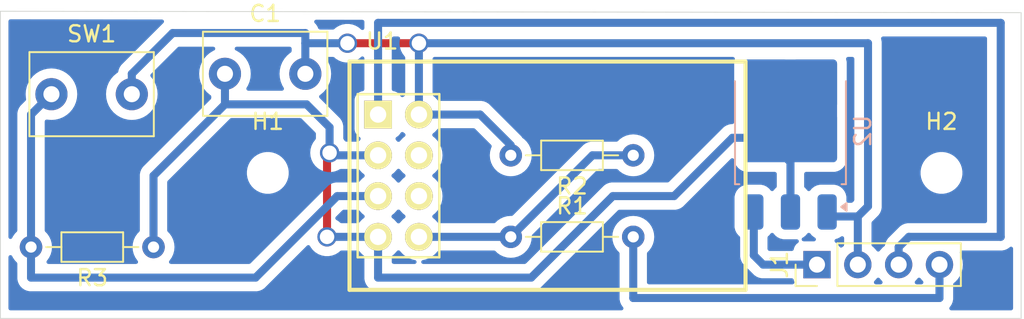
<source format=kicad_pcb>
(kicad_pcb (version 20240108) (generator "pcbnew") (generator_version "8.0")
  (layers (0 "F.Cu" signal) (31 "B.Cu" signal) (34 "B.Paste" user) (35 "F.Paste" user) (36 "B.SilkS" user "B.Silkscreen") (37 "F.SilkS" user "F.Silkscreen") (38 "B.Mask" user) (39 "F.Mask" user) (44 "Edge.Cuts" user))
  (net 0 "")
  (net 1 "Net-(U1-CH_PD)")
  (net 2 "/GND")
  (net 3 "/VCC")
  (net 4 "/RX")
  (net 5 "/TX")
  (net 6 "Net-(U1-URXD)")
  (net 7 "Net-(U1-RST)")
  (footprint "Resistor_THT:R_Axial_DIN0204_L3.6mm_D1.6mm_P7.62mm_Horizontal" (layer "F.Cu") (at 107.95 81.28 180)
    (property "Reference" "R2" (at 3.81 -1.92 360) (layer "F.SilkS"))
    (property "Value" "2k")
    (fp_line (start 6.68 0) (end 5.73 0) (stroke (width 0.12)) (layer "F.SilkS"))
    (fp_line (start 5.73 0.92) (end 5.73 -0.92) (stroke (width 0.12)) (layer "F.SilkS"))
    (fp_line (start 5.73 -0.92) (end 1.89 -0.92) (stroke (width 0.12)) (layer "F.SilkS"))
    (fp_line (start 1.89 0.92) (end 5.73 0.92) (stroke (width 0.12)) (layer "F.SilkS"))
    (fp_line (start 1.89 -0.92) (end 1.89 0.92) (stroke (width 0.12)) (layer "F.SilkS"))
    (fp_line (start 0.94 0) (end 1.89 0) (stroke (width 0.12)) (layer "F.SilkS"))
    (pad "1" thru_hole circle (at 0 0 180) (size 1.4 1.4) (drill 0.7) (layers "*.Cu" "*.Mask") (net 6 "Net-(U1-URXD)"))
    (pad "2" thru_hole oval (at 7.62 0 180) (size 1.4 1.4) (drill 0.7) (layers "*.Cu" "*.Mask") (net 2 "/GND"))
  )
  (footprint "Connector_PinHeader_2.54mm:PinHeader_1x04_P2.54mm_Vertical" (layer "F.Cu") (at 119.38 88.09 90)
    (property "Reference" "J1" (at 0 -2.33 90) (layer "F.SilkS"))
    (property "Value" "UART")
    (fp_line (start -1.33 -1.33) (end 0 -1.33) (stroke (width 0.12)) (layer "F.SilkS"))
    (fp_line (start -1.33 0) (end -1.33 -1.33) (stroke (width 0.12)) (layer "F.SilkS"))
    (fp_line (start 1.33 1.27) (end 1.33 8.95) (stroke (width 0.12)) (layer "F.SilkS"))
    (fp_line (start -1.33 1.27) (end 1.33 1.27) (stroke (width 0.12)) (layer "F.SilkS"))
    (fp_line (start -1.33 1.27) (end -1.33 8.95) (stroke (width 0.12)) (layer "F.SilkS"))
    (fp_line (start -1.33 8.95) (end 1.33 8.95) (stroke (width 0.12)) (layer "F.SilkS"))
    (pad "1" thru_hole rect (at 0 0 90) (size 1.7 1.7) (drill 1) (layers "*.Cu" "*.Mask") (net 3 "/VCC"))
    (pad "2" thru_hole oval (at 0 2.54 90) (size 1.7 1.7) (drill 1) (layers "*.Cu" "*.Mask") (net 2 "/GND"))
    (pad "3" thru_hole oval (at 0 5.08 90) (size 1.7 1.7) (drill 1) (layers "*.Cu" "*.Mask") (net 4 "/RX"))
    (pad "4" thru_hole oval (at 0 7.62 90) (size 1.7 1.7) (drill 1) (layers "*.Cu" "*.Mask") (net 5 "/TX"))
  )
  (footprint "MountingHole:MountingHole_2.1mm" (layer "F.Cu") (at 127.125 82.375)
    (property "Reference" "H2" (at 0 -3.2 0) (layer "F.SilkS"))
    (property "Value" "MountingHole")
    (pad "" np_thru_hole circle (at 0 0) (size 2.1 2.1) (drill 2.1) (layers "*.Cu" "*.Mask"))
  )
  (footprint "Resistor_THT:R_Axial_DIN0204_L3.6mm_D1.6mm_P7.62mm_Horizontal" (layer "F.Cu") (at 78.105 86.995 180)
    (property "Reference" "R3" (at 3.81 -1.92 360) (layer "F.SilkS"))
    (property "Value" "2k")
    (fp_line (start 6.68 0) (end 5.73 0) (stroke (width 0.12)) (layer "F.SilkS"))
    (fp_line (start 5.73 0.92) (end 5.73 -0.92) (stroke (width 0.12)) (layer "F.SilkS"))
    (fp_line (start 5.73 -0.92) (end 1.89 -0.92) (stroke (width 0.12)) (layer "F.SilkS"))
    (fp_line (start 1.89 0.92) (end 5.73 0.92) (stroke (width 0.12)) (layer "F.SilkS"))
    (fp_line (start 1.89 -0.92) (end 1.89 0.92) (stroke (width 0.12)) (layer "F.SilkS"))
    (fp_line (start 0.94 0) (end 1.89 0) (stroke (width 0.12)) (layer "F.SilkS"))
    (pad "1" thru_hole circle (at 0 0 180) (size 1.4 1.4) (drill 0.7) (layers "*.Cu" "*.Mask") (net 1 "Net-(U1-CH_PD)"))
    (pad "2" thru_hole oval (at 7.62 0 180) (size 1.4 1.4) (drill 0.7) (layers "*.Cu" "*.Mask") (net 7 "Net-(U1-RST)"))
  )
  (footprint "Resistor_THT:R_Axial_DIN0204_L3.6mm_D1.6mm_P7.62mm_Horizontal" (layer "F.Cu") (at 100.33 86.36)
    (property "Reference" "R1" (at 3.81 -1.92 0) (layer "F.SilkS"))
    (property "Value" "1k")
    (fp_line (start 0.94 0) (end 1.89 0) (stroke (width 0.12)) (layer "F.SilkS"))
    (fp_line (start 1.89 -0.92) (end 1.89 0.92) (stroke (width 0.12)) (layer "F.SilkS"))
    (fp_line (start 1.89 0.92) (end 5.73 0.92) (stroke (width 0.12)) (layer "F.SilkS"))
    (fp_line (start 5.73 -0.92) (end 1.89 -0.92) (stroke (width 0.12)) (layer "F.SilkS"))
    (fp_line (start 5.73 0.92) (end 5.73 -0.92) (stroke (width 0.12)) (layer "F.SilkS"))
    (fp_line (start 6.68 0) (end 5.73 0) (stroke (width 0.12)) (layer "F.SilkS"))
    (pad "1" thru_hole circle (at 0 0) (size 1.4 1.4) (drill 0.7) (layers "*.Cu" "*.Mask") (net 6 "Net-(U1-URXD)"))
    (pad "2" thru_hole oval (at 7.62 0) (size 1.4 1.4) (drill 0.7) (layers "*.Cu" "*.Mask") (net 5 "/TX"))
  )
  (footprint "esp8266_adapter:ESP-01" (layer "F.Cu") (at 92.075 78.74)
    (property "Reference" "U1" (at 0.254 -4.572 0) (layer "F.SilkS"))
    (property "Value" "ESP-01v090")
    (fp_line (start -1.778 -3.302) (end 22.86 -3.302) (stroke (width 0.254)) (layer "F.SilkS"))
    (fp_line (start -1.778 10.922) (end -1.778 -3.302) (stroke (width 0.254)) (layer "F.SilkS"))
    (fp_line (start -1.27 -1.27) (end -1.27 1.27) (stroke (width 0.1524)) (layer "F.SilkS"))
    (fp_line (start -1.27 1.27) (end -1.27 8.89) (stroke (width 0.1524)) (layer "F.SilkS"))
    (fp_line (start -1.27 8.89) (end 3.81 8.89) (stroke (width 0.1524)) (layer "F.SilkS"))
    (fp_line (start 1.27 -1.27) (end -1.27 -1.27) (stroke (width 0.1524)) (layer "F.SilkS"))
    (fp_line (start 3.81 -1.27) (end 1.27 -1.27) (stroke (width 0.1524)) (layer "F.SilkS"))
    (fp_line (start 3.81 8.89) (end 3.81 -1.27) (stroke (width 0.1524)) (layer "F.SilkS"))
    (fp_line (start 22.86 -3.302) (end 22.86 10.922) (stroke (width 0.254)) (layer "F.SilkS"))
    (fp_line (start 22.86 10.922) (end -1.778 10.922) (stroke (width 0.254)) (layer "F.SilkS"))
    (pad "1" thru_hole rect (at 0 0) (size 1.7272 1.7272) (drill 1.016) (layers "*.Cu" "*.Mask" "F.SilkS") (net 4 "/RX"))
    (pad "2" thru_hole oval (at 2.54 0) (size 1.7272 1.7272) (drill 1.016) (layers "*.Cu" "*.Mask" "F.SilkS") (net 2 "/GND"))
    (pad "3" thru_hole oval (at 0 2.54) (size 1.7272 1.7272) (drill 1.016) (layers "*.Cu" "*.Mask" "F.SilkS") (net 1 "Net-(U1-CH_PD)"))
    (pad "4" thru_hole oval (at 2.54 2.54) (size 1.7272 1.7272) (drill 1.016) (layers "*.Cu" "*.Mask" "F.SilkS"))
    (pad "5" thru_hole oval (at 0 5.08) (size 1.7272 1.7272) (drill 1.016) (layers "*.Cu" "*.Mask" "F.SilkS") (net 7 "Net-(U1-RST)"))
    (pad "6" thru_hole oval (at 2.54 5.08) (size 1.7272 1.7272) (drill 1.016) (layers "*.Cu" "*.Mask" "F.SilkS"))
    (pad "7" thru_hole oval (at 0 7.62) (size 1.7272 1.7272) (drill 1.016) (layers "*.Cu" "*.Mask" "F.SilkS") (net 1 "Net-(U1-CH_PD)"))
    (pad "8" thru_hole oval (at 2.54 7.62) (size 1.7272 1.7272) (drill 1.016) (layers "*.Cu" "*.Mask" "F.SilkS") (net 6 "Net-(U1-URXD)"))
  )
  (footprint "Capacitor_THT:C_Disc_D7.5mm_W5.0mm_P5.00mm" (layer "F.Cu") (at 71.755 77.47)
    (property "Reference" "SW1" (at 2.5 -3.75 0) (layer "F.SilkS"))
    (property "Value" "RST")
    (fp_line (start -1.37 -2.62) (end -1.37 2.62) (stroke (width 0.12)) (layer "F.SilkS"))
    (fp_line (start -1.37 -2.62) (end 6.37 -2.62) (stroke (width 0.12)) (layer "F.SilkS"))
    (fp_line (start -1.37 2.62) (end 6.37 2.62) (stroke (width 0.12)) (layer "F.SilkS"))
    (fp_line (start 6.37 -2.62) (end 6.37 2.62) (stroke (width 0.12)) (layer "F.SilkS"))
    (pad "1" thru_hole circle (at 0 0) (size 2 2) (drill 1) (layers "*.Cu" "*.Mask") (net 7 "Net-(U1-RST)"))
    (pad "2" thru_hole circle (at 5 0) (size 2 2) (drill 1) (layers "*.Cu" "*.Mask") (net 2 "/GND"))
  )
  (footprint "MountingHole:MountingHole_2.1mm" (layer "F.Cu") (at 85.215 82.375)
    (property "Reference" "H1" (at 0 -3.2 0) (layer "F.SilkS"))
    (property "Value" "MountingHole")
    (pad "" np_thru_hole circle (at 0 0) (size 2.1 2.1) (drill 2.1) (layers "*.Cu" "*.Mask"))
  )
  (footprint "Capacitor_THT:C_Disc_D7.5mm_W5.0mm_P5.00mm" (layer "F.Cu") (at 82.55 76.2)
    (property "Reference" "C1" (at 2.5 -3.75 360) (layer "F.SilkS"))
    (property "Value" "0.1uF")
    (fp_line (start -1.37 -2.62) (end -1.37 2.62) (stroke (width 0.12)) (layer "F.SilkS"))
    (fp_line (start -1.37 -2.62) (end 6.37 -2.62) (stroke (width 0.12)) (layer "F.SilkS"))
    (fp_line (start -1.37 2.62) (end 6.37 2.62) (stroke (width 0.12)) (layer "F.SilkS"))
    (fp_line (start 6.37 -2.62) (end 6.37 2.62) (stroke (width 0.12)) (layer "F.SilkS"))
    (pad "1" thru_hole circle (at 0 0) (size 2 2) (drill 1) (layers "*.Cu" "*.Mask") (net 1 "Net-(U1-CH_PD)"))
    (pad "2" thru_hole circle (at 5 0) (size 2 2) (drill 1) (layers "*.Cu" "*.Mask") (net 2 "/GND"))
  )
  (footprint "Package_TO_SOT_SMD:TO-252-3_TabPin2" (layer "B.Cu") (at 117.73 79.77 90)
    (property "Reference" "U2" (at 0 4.5 90) (layer "B.SilkS") (effects (justify mirror)))
    (property "Value" "LM1117DT-3.3")
    (fp_line (start -3.31 -3.45) (end 3.11 -3.45) (stroke (width 0.12)) (layer "B.SilkS"))
    (fp_line (start -3.31 -3.18) (end -3.31 -3.45) (stroke (width 0.12)) (layer "B.SilkS"))
    (fp_line (start -3.31 3.18) (end -3.31 3.45) (stroke (width 0.12)) (layer "B.SilkS"))
    (fp_line (start -3.31 3.45) (end 3.11 3.45) (stroke (width 0.12)) (layer "B.SilkS"))
    (fp_poly (pts (xy -4.725 3.16) (xy -4.965 3.49) (xy -4.485 3.49) (xy -4.725 3.16)) (stroke (width 0.12)) (fill solid) (layer "B.SilkS"))
    (pad "1" smd roundrect (at -5.04 2.28 90) (size 2.2 1.2) (layers "B.Cu" "B.Paste" "B.Mask") (roundrect_rratio 0.208333) (net 2 "/GND"))
    (pad "2" smd roundrect (at -5.04 0 90) (size 2.2 1.2) (layers "B.Cu" "B.Paste" "B.Mask") (roundrect_rratio 0.208333) (net 1 "Net-(U1-CH_PD)"))
    (pad "2" smd roundrect (at -0.415 -1.525 90) (size 3.05 2.75) (layers "B.Cu" "B.Paste") (roundrect_rratio 0.090909) (net 1 "Net-(U1-CH_PD)"))
    (pad "2" smd roundrect (at -0.415 1.525 90) (size 3.05 2.75) (layers "B.Cu" "B.Paste") (roundrect_rratio 0.090909) (net 1 "Net-(U1-CH_PD)"))
    (pad "2" smd roundrect (at 1.26 0 90) (size 6.4 5.8) (layers "B.Cu" "B.Mask") (roundrect_rratio 0.043103) (net 1 "Net-(U1-CH_PD)"))
    (pad "2" smd roundrect (at 2.935 -1.525 90) (size 3.05 2.75) (layers "B.Cu" "B.Paste") (roundrect_rratio 0.090909) (net 1 "Net-(U1-CH_PD)"))
    (pad "2" smd roundrect (at 2.935 1.525 90) (size 3.05 2.75) (layers "B.Cu" "B.Paste") (roundrect_rratio 0.090909) (net 1 "Net-(U1-CH_PD)"))
    (pad "3" smd roundrect (at -5.04 -2.28 90) (size 2.2 1.2) (layers "B.Cu" "B.Paste" "B.Mask") (roundrect_rratio 0.208333) (net 3 "/VCC"))
  )
  (gr_line (start 68.58 91.44) (end 68.58 72.3025) (stroke (width 0.05)) (layer "Edge.Cuts"))
  (gr_line (start 132.08 91.44) (end 68.58 91.44) (stroke (width 0.05)) (layer "Edge.Cuts"))
  (gr_line (start 132.08 72.39) (end 132.08 91.44) (stroke (width 0.05)) (layer "Edge.Cuts"))
  (gr_line (start 68.58 72.3025) (end 132.08 72.39) (stroke (width 0.05)) (layer "Edge.Cuts"))
  (segment (start 89.05875 81.12125) (end 88.9 81.28) (width 0.5) (layer "F.Cu") (net 1))
  (segment (start 88.9 81.28) (end 88.9 86.36) (width 0.5) (layer "F.Cu") (net 1))
  (via (at 88.9 86.36) (size 1.2) (drill 0.9) (layers "F.Cu" "B.Cu") (net 1))
  (via (at 89.05875 81.12125) (size 1.2) (drill 0.9) (layers "F.Cu" "B.Cu") (net 1))
  (segment (start 78.105 86.995) (end 78.105 82.55) (width 0.5) (layer "B.Cu") (net 1))
  (segment (start 87.63 78.105) (end 82.55 78.105) (width 0.5) (layer "B.Cu") (net 1))
  (segment (start 92.075 81.28) (end 89.2175 81.28) (width 0.5) (layer "B.Cu") (net 1))
  (segment (start 117.73 84.81) (end 117.73 81.71) (width 0.5) (layer "B.Cu") (net 1))
  (segment (start 89.05875 79.53375) (end 87.63 78.105) (width 0.5) (layer "B.Cu") (net 1))
  (segment (start 110.49 83.82) (end 114.125 80.185) (width 0.5) (layer "B.Cu") (net 1))
  (segment (start 89.2175 81.28) (end 89.05875 81.12125) (width 0.5) (layer "B.Cu") (net 1))
  (segment (start 92.075 86.36) (end 92.075 88.9) (width 0.5) (layer "B.Cu") (net 1))
  (segment (start 78.105 82.55) (end 82.55 78.105) (width 0.5) (layer "B.Cu") (net 1))
  (segment (start 114.125 80.185) (end 116.205 80.185) (width 0.5) (layer "B.Cu") (net 1))
  (segment (start 88.9 86.36) (end 92.075 86.36) (width 0.5) (layer "B.Cu") (net 1))
  (segment (start 89.05875 81.12125) (end 89.05875 79.53375) (width 0.5) (layer "B.Cu") (net 1))
  (segment (start 101.6 88.9) (end 106.68 83.82) (width 0.5) (layer "B.Cu") (net 1))
  (segment (start 92.075 88.9) (end 101.6 88.9) (width 0.5) (layer "B.Cu") (net 1))
  (segment (start 106.68 83.82) (end 110.49 83.82) (width 0.5) (layer "B.Cu") (net 1))
  (segment (start 82.55 78.105) (end 82.55 76.2) (width 0.5) (layer "B.Cu") (net 1))
  (segment (start 117.73 81.71) (end 116.205 80.185) (width 0.5) (layer "B.Cu") (net 1))
  (segment (start 94.615 74.295) (end 90.17 74.295) (width 0.5) (layer "F.Cu") (net 2))
  (via (at 94.615 74.295) (size 1.2) (drill 0.9) (layers "F.Cu" "B.Cu") (net 2))
  (via (at 90.17 74.295) (size 1.2) (drill 0.9) (layers "F.Cu" "B.Cu") (net 2))
  (segment (start 122.555 84.455) (end 121.92 85.09) (width 0.5) (layer "B.Cu") (net 2))
  (segment (start 76.755 76.2) (end 79.295 73.66) (width 0.5) (layer "B.Cu") (net 2))
  (segment (start 87.55 74.295) (end 87.55 76.2) (width 0.5) (layer "B.Cu") (net 2))
  (segment (start 76.755 77.47) (end 76.755 76.2) (width 0.5) (layer "B.Cu") (net 2))
  (segment (start 100.33 80.645) (end 98.425 78.74) (width 0.5) (layer "B.Cu") (net 2))
  (segment (start 121.92 85.09) (end 120.29 85.09) (width 0.5) (layer "B.Cu") (net 2))
  (segment (start 90.17 74.295) (end 87.55 74.295) (width 0.5) (layer "B.Cu") (net 2))
  (segment (start 122.555 74.295) (end 122.555 84.455) (width 0.5) (layer "B.Cu") (net 2))
  (segment (start 94.615 78.74) (end 94.615 74.295) (width 0.5) (layer "B.Cu") (net 2))
  (segment (start 87.55 73.66) (end 87.55 74.295) (width 0.5) (layer "B.Cu") (net 2))
  (segment (start 121.92 88.09) (end 121.92 85.09) (width 0.5) (layer "B.Cu") (net 2))
  (segment (start 98.425 78.74) (end 94.615 78.74) (width 0.5) (layer "B.Cu") (net 2))
  (segment (start 94.615 74.295) (end 122.555 74.295) (width 0.5) (layer "B.Cu") (net 2))
  (segment (start 120.29 85.09) (end 120.01 84.81) (width 0.5) (layer "B.Cu") (net 2))
  (segment (start 79.295 73.66) (end 87.55 73.66) (width 0.5) (layer "B.Cu") (net 2))
  (segment (start 116.03 88.09) (end 115.45 87.51) (width 0.5) (layer "B.Cu") (net 3))
  (segment (start 119.38 88.09) (end 116.03 88.09) (width 0.5) (layer "B.Cu") (net 3))
  (segment (start 115.45 87.51) (end 115.45 84.81) (width 0.5) (layer "B.Cu") (net 3))
  (segment (start 124.46 88.09) (end 124.46 86.995) (width 0.5) (layer "B.Cu") (net 4))
  (segment (start 124.46 86.995) (end 125.095 86.36) (width 0.5) (layer "B.Cu") (net 4))
  (segment (start 92.075 73.025) (end 92.075 78.74) (width 0.5) (layer "B.Cu") (net 4))
  (segment (start 130.81 73.025) (end 92.075 73.025) (width 0.5) (layer "B.Cu") (net 4))
  (segment (start 125.095 86.36) (end 130.81 86.36) (width 0.5) (layer "B.Cu") (net 4))
  (segment (start 130.81 86.36) (end 130.81 73.025) (width 0.5) (layer "B.Cu") (net 4))
  (segment (start 107.95 86.36) (end 107.95 90.17) (width 0.5) (layer "B.Cu") (net 5))
  (segment (start 127 90.17) (end 127 88.09) (width 0.5) (layer "B.Cu") (net 5))
  (segment (start 107.95 90.17) (end 127 90.17) (width 0.5) (layer "B.Cu") (net 5))
  (segment (start 105.41 81.28) (end 100.33 86.36) (width 0.5) (layer "B.Cu") (net 6))
  (segment (start 94.615 86.36) (end 100.33 86.36) (width 0.5) (layer "B.Cu") (net 6))
  (segment (start 107.95 81.28) (end 105.41 81.28) (width 0.5) (layer "B.Cu") (net 6))
  (segment (start 70.485 78.74) (end 71.755 77.47) (width 0.5) (layer "B.Cu") (net 7))
  (segment (start 70.485 88.9) (end 70.485 86.995) (width 0.5) (layer "B.Cu") (net 7))
  (segment (start 70.485 86.995) (end 70.485 78.74) (width 0.5) (layer "B.Cu") (net 7))
  (segment (start 92.075 83.82) (end 89.535 83.82) (width 0.5) (layer "B.Cu") (net 7))
  (segment (start 89.535 83.82) (end 84.455 88.9) (width 0.5) (layer "B.Cu") (net 7))
  (segment (start 84.455 88.9) (end 70.485 88.9) (width 0.5) (layer "B.Cu") (net 7))
  (zone (net 0) (net_name "") (layer "B.Cu") (connect_pads (clearance 0.6)) (min_thickness 0.25) (fill yes (thermal_gap 0.5) (thermal_bridge_width 0.5) (island_removal_mode 1) (island_area_min 10))
    (polygon (pts (xy 68.58 91.44) (xy 132.08 91.44) (xy 132.08 72.39) (xy 68.58 72.39)))
  )
)
</source>
